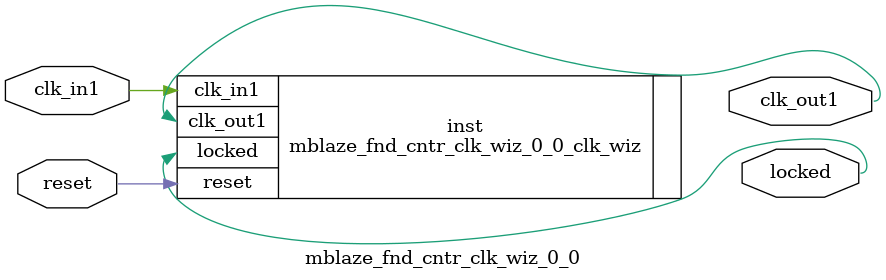
<source format=v>


`timescale 1ps/1ps

(* CORE_GENERATION_INFO = "mblaze_fnd_cntr_clk_wiz_0_0,clk_wiz_v6_0_4_0_0,{component_name=mblaze_fnd_cntr_clk_wiz_0_0,use_phase_alignment=true,use_min_o_jitter=false,use_max_i_jitter=false,use_dyn_phase_shift=false,use_inclk_switchover=false,use_dyn_reconfig=false,enable_axi=0,feedback_source=FDBK_AUTO,PRIMITIVE=MMCM,num_out_clk=1,clkin1_period=10.000,clkin2_period=10.000,use_power_down=false,use_reset=true,use_locked=true,use_inclk_stopped=false,feedback_type=SINGLE,CLOCK_MGR_TYPE=NA,manual_override=false}" *)

module mblaze_fnd_cntr_clk_wiz_0_0 
 (
  // Clock out ports
  output        clk_out1,
  // Status and control signals
  input         reset,
  output        locked,
 // Clock in ports
  input         clk_in1
 );

  mblaze_fnd_cntr_clk_wiz_0_0_clk_wiz inst
  (
  // Clock out ports  
  .clk_out1(clk_out1),
  // Status and control signals               
  .reset(reset), 
  .locked(locked),
 // Clock in ports
  .clk_in1(clk_in1)
  );

endmodule

</source>
